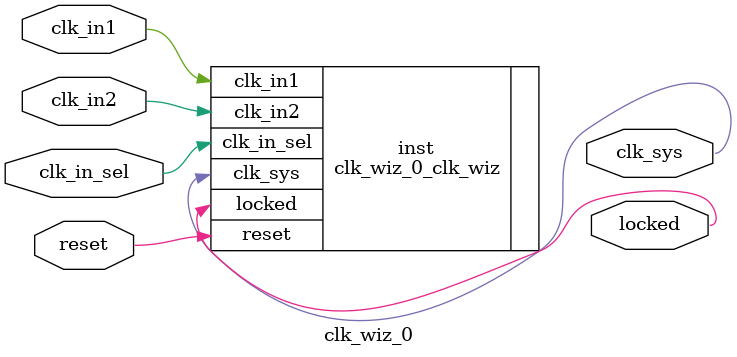
<source format=v>


`timescale 1ps/1ps

(* CORE_GENERATION_INFO = "clk_wiz_0,clk_wiz_v6_0_10_0_0,{component_name=clk_wiz_0,use_phase_alignment=true,use_min_o_jitter=false,use_max_i_jitter=false,use_dyn_phase_shift=false,use_inclk_switchover=true,use_dyn_reconfig=false,enable_axi=0,feedback_source=FDBK_AUTO,PRIMITIVE=MMCM,num_out_clk=1,clkin1_period=10.000,clkin2_period=10.000,use_power_down=false,use_reset=true,use_locked=true,use_inclk_stopped=false,feedback_type=SINGLE,CLOCK_MGR_TYPE=NA,manual_override=false}" *)

module clk_wiz_0 
 (
  input         clk_in2,
  input         clk_in_sel,
  // Clock out ports
  output        clk_sys,
  // Status and control signals
  input         reset,
  output        locked,
 // Clock in ports
  input         clk_in1
 );

  clk_wiz_0_clk_wiz inst
  (
  .clk_in2(clk_in2),
  .clk_in_sel(clk_in_sel),
  // Clock out ports  
  .clk_sys(clk_sys),
  // Status and control signals               
  .reset(reset), 
  .locked(locked),
 // Clock in ports
  .clk_in1(clk_in1)
  );

endmodule

</source>
